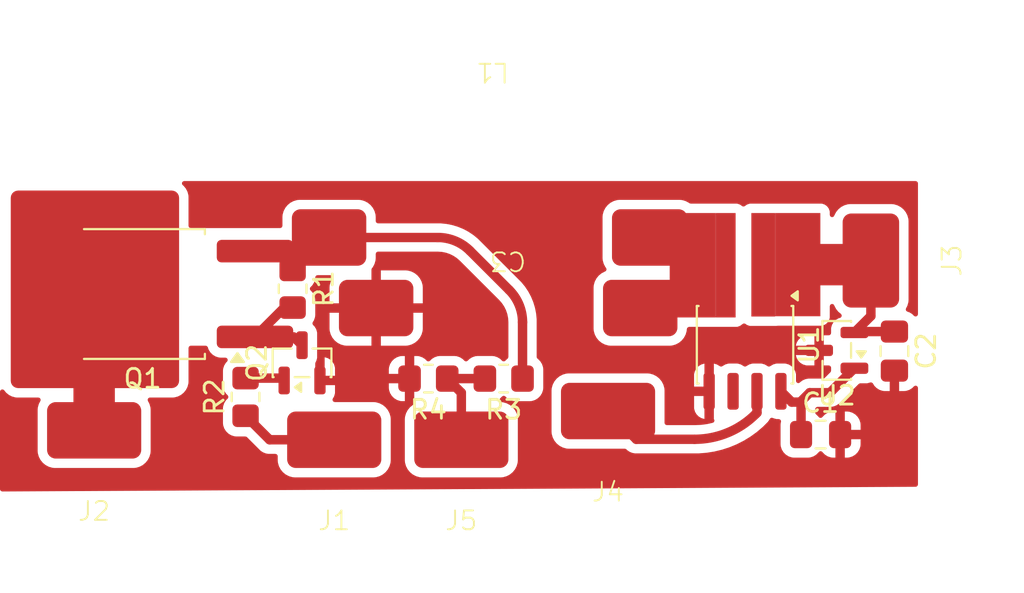
<source format=kicad_pcb>
(kicad_pcb (version 20241229) (generator "pcbnew") (generator_version "9.0")
  (layers (0 "F.Cu" signal) (2 "B.Cu" signal) (13 "F.Paste" user) (15 "B.Paste" user) (5 "F.SilkS" user "F.Silkscreen") (7 "B.SilkS" user "B.Silkscreen") (1 "F.Mask" user) (3 "B.Mask" user) (25 "Edge.Cuts" user))
  (net 0 "")
  (net 1 "Net-(U1-VS)")
  (net 2 "GNDREF")
  (net 3 "Net-(J3-Pin_1)")
  (net 4 "Net-(J1-Pin_1)")
  (net 5 "Net-(J2-Pin_1)")
  (net 6 "Net-(J4-Pin_1)")
  (net 7 "Net-(Q2-B)")
  (net 9 "Net-(C3-Pad1)")
  (net 10 "Net-(Q1-D)")
  (net 11 "Net-(Q1-G)")
  (net 12 "Net-(J5-Pin_1)")
  (footprint "Resistor_SMD:R_0805_2012Metric_Pad1.20x1.40mm_HandSolder" (layer "F.Cu") (at 34.75 22.5 180)
    (property "Reference" "R4" (at 0 -1.65 0) (layer "F.SilkS"))
    (property "Value" "1k")
    (fp_line (start -0.227064 0.735) (end 0.227064 0.735) (stroke (width 0.12)) (layer "F.SilkS"))
    (fp_line (start -0.227064 -0.735) (end 0.227064 -0.735) (stroke (width 0.12)) (layer "F.SilkS"))
    (pad "1" smd roundrect (at -1 0 180) (size 1.2 1.4) (layers "F.Cu" "F.Mask" "F.Paste") (roundrect_rratio 0.208333) (net 12 "Net-(J5-Pin_1)"))
    (pad "2" smd roundrect (at 1 0 180) (size 1.2 1.4) (layers "F.Cu" "F.Mask" "F.Paste") (roundrect_rratio 0.208333) (net 2 "GNDREF"))
  )
  (footprint "Josef Library:Single Surface Mount Header" (layer "F.Cu") (at 63.05 16.225 90)
    (property "Reference" "J3" (at 0 -0.5 90) (layer "F.SilkS") (effects (font (thickness 0.1))))
    (property "Value" "B+")
    (pad "1" smd roundrect (at 0 -4.8 90) (size 5 3) (layers "F.Cu" "F.Mask" "F.Paste") (roundrect_rratio 0.15) (net 3 "Net-(J3-Pin_1)"))
  )
  (footprint "Josef Library:Single Surface Mount Header" (layer "F.Cu") (at 36.5 30.55)
    (property "Reference" "J5" (at 0 -0.5 0) (layer "F.SilkS") (effects (font (thickness 0.1))))
    (property "Value" "MCU Vcc Sense")
    (pad "1" smd roundrect (at 0 -4.8) (size 5 3) (layers "F.Cu" "F.Mask" "F.Paste") (roundrect_rratio 0.15) (net 12 "Net-(J5-Pin_1)"))
  )
  (footprint "Josef Library:Josef TO-252-2" (layer "F.Cu") (at 19.57125 18.005 180)
    (property "Reference" "Q1" (at 0 -4.5 0) (layer "F.SilkS"))
    (property "Value" "Q_PMOS")
    (fp_line (start 3.11 3.45) (end -3.31 3.45) (stroke (width 0.12)) (layer "F.SilkS"))
    (fp_line (start 3.11 -3.45) (end -3.31 -3.45) (stroke (width 0.12)) (layer "F.SilkS"))
    (fp_line (start -3.31 3.45) (end -3.31 3.18) (stroke (width 0.12)) (layer "F.SilkS"))
    (fp_line (start -3.31 -3.45) (end -3.31 -3.18) (stroke (width 0.12)) (layer "F.SilkS"))
    (fp_poly (pts (xy -5.04 -3.14) (xy -5.38 -3.61) (xy -4.7 -3.61)) (stroke (width 0.12)) (fill yes) (layer "F.SilkS"))
    (pad "1" smd roundrect (at 2.53 0.25 180) (size 8.94 10.5) (layers "F.Cu" "F.Mask") (roundrect_rratio 0.043103) (net 5 "Net-(J2-Pin_1)"))
    (pad "2" smd roundrect (at -5.97 -2.28 180) (size 4.06 1.2) (layers "F.Cu" "F.Mask" "F.Paste") (roundrect_rratio 0.208333) (net 11 "Net-(Q1-G)"))
    (pad "3" smd roundrect (at -5.97 2.28 180) (size 4.06 1.2) (layers "F.Cu" "F.Mask" "F.Paste") (roundrect_rratio 0.208333) (net 10 "Net-(Q1-D)"))
  )
  (footprint "Package_TO_SOT_SMD:SOT-23" (layer "F.Cu") (at 28.04125 21.6625 90)
    (property "Reference" "Q2" (at 0 -2.4 90) (layer "F.SilkS"))
    (property "Value" "MMBT3904")
    (fp_line (start 0.76 -1.56) (end 0.76 -0.56) (stroke (width 0.12)) (layer "F.SilkS"))
    (fp_line (start -0.76 -1.56) (end 0.76 -1.56) (stroke (width 0.12)) (layer "F.SilkS"))
    (fp_line (start -0.76 -1.51) (end -0.76 -1.56) (stroke (width 0.12)) (layer "F.SilkS"))
    (fp_line (start -0.76 0.39) (end -0.76 -0.39) (stroke (width 0.12)) (layer "F.SilkS"))
    (fp_line (start 0.76 0.56) (end 0.76 1.56) (stroke (width 0.12)) (layer "F.SilkS"))
    (fp_line (start 0.76 1.56) (end -0.76 1.56) (stroke (width 0.12)) (layer "F.SilkS"))
    (fp_line (start -0.76 1.56) (end -0.76 1.51) (stroke (width 0.12)) (layer "F.SilkS"))
    (fp_poly (pts (xy -1.3 -0.38) (xy -1.06 -0.05) (xy -1.54 -0.05)) (stroke (width 0.12)) (fill yes) (layer "F.SilkS"))
    (pad "1" smd roundrect (at -0.9375 -0.95 90) (size 1.475 0.6) (layers "F.Cu" "F.Mask" "F.Paste") (net 7 "Net-(Q2-B)"))
    (pad "2" smd roundrect (at -0.9375 0.95 90) (size 1.475 0.6) (layers "F.Cu" "F.Mask" "F.Paste") (net 2 "GNDREF"))
    (pad "3" smd roundrect (at 0.9375 0 90) (size 1.475 0.6) (layers "F.Cu" "F.Mask" "F.Paste") (net 11 "Net-(Q1-G)"))
  )
  (footprint "Resistor_SMD:R_0805_2012Metric_Pad1.20x1.40mm_HandSolder" (layer "F.Cu") (at 25.04125 23.475 90)
    (property "Reference" "R2" (at 0 -1.65 90) (layer "F.SilkS"))
    (property "Value" "4.7k")
    (fp_line (start -0.227064 -0.735) (end 0.227064 -0.735) (stroke (width 0.12)) (layer "F.SilkS"))
    (fp_line (start -0.227064 0.735) (end 0.227064 0.735) (stroke (width 0.12)) (layer "F.SilkS"))
    (pad "1" smd roundrect (at -1 0 90) (size 1.2 1.4) (layers "F.Cu" "F.Mask" "F.Paste") (roundrect_rratio 0.208333) (net 4 "Net-(J1-Pin_1)"))
    (pad "2" smd roundrect (at 1 0 90) (size 1.2 1.4) (layers "F.Cu" "F.Mask" "F.Paste") (roundrect_rratio 0.208333) (net 7 "Net-(Q2-B)"))
  )
  (footprint "Josef Library:Input Choke" (layer "F.Cu") (at 38 15 180)
    (property "Reference" "L1" (at -0.155 8.775 180) (layer "F.SilkS") (effects (font (thickness 0.1))))
    (property "Value" "L")
    (pad "1" smd roundrect (at -8.5 0 180) (size 4 3) (layers "F.Cu" "F.Mask" "F.Paste") (roundrect_rratio 0.15) (net 9 "Net-(C3-Pad1)"))
    (pad "2" smd roundrect (at 8.52375 0 180) (size 3.9525 3) (layers "F.Cu" "F.Mask" "F.Paste") (roundrect_rratio 0.15) (net 10 "Net-(Q1-D)"))
  )
  (footprint "Josef Library:SOIC-8 Hall Effect Footprint" (layer "F.Cu") (at 51.56625 20.7 -90)
    (property "Reference" "U1" (at 0 -3.4 90) (layer "F.SilkS"))
    (property "Value" "TMCS1108")
    (fp_line (start -2.06 2.56) (end -2.06 2.465) (stroke (width 0.12)) (layer "F.SilkS"))
    (fp_line (start 2.06 2.56) (end -2.06 2.56) (stroke (width 0.12)) (layer "F.SilkS"))
    (fp_line (start 2.06 2.465) (end 2.06 2.56) (stroke (width 0.12)) (layer "F.SilkS"))
    (fp_line (start -2.06 -2.465) (end -2.06 -2.56) (stroke (width 0.12)) (layer "F.SilkS"))
    (fp_line (start -2.06 -2.56) (end 2.06 -2.56) (stroke (width 0.12)) (layer "F.SilkS"))
    (fp_line (start 2.06 -2.56) (end 2.06 -2.465) (stroke (width 0.12)) (layer "F.SilkS"))
    (fp_poly (pts (xy -2.6 -2.47) (xy -2.84 -2.8) (xy -2.36 -2.8)) (stroke (width 0.12)) (fill yes) (layer "F.SilkS"))
    (pad "1" smd rect (at -4.25625 -2.799375 270) (size 5.4875 2.40125) (layers "F.Cu" "F.Mask" "F.Paste") (net 3 "Net-(J3-Pin_1)"))
    (pad "2" smd rect (at -4.25 -0.966875 270) (size 5.5 1.26375) (layers "F.Cu" "F.Mask" "F.Paste") (net 3 "Net-(J3-Pin_1)"))
    (pad "3" smd rect (at -4.225 1.025 270) (size 5.55 1.05) (layers "F.Cu" "F.Mask" "F.Paste") (net 9 "Net-(C3-Pad1)"))
    (pad "4" smd rect (at -4.225 2.775 270) (size 5.55 2.45) (layers "F.Cu" "F.Mask" "F.Paste") (net 9 "Net-(C3-Pad1)"))
    (pad "5" smd roundrect (at 2.475 1.905 270) (size 1.95 0.6) (layers "F.Cu" "F.Mask" "F.Paste") (net 2 "GNDREF"))
    (pad "6" smd roundrect (at 2.475 0.635 270) (size 1.95 0.6) (layers "F.Cu" "F.Mask" "F.Paste"))
    (pad "7" smd roundrect (at 2.475 -0.635 270) (size 1.95 0.6) (layers "F.Cu" "F.Mask" "F.Paste") (net 6 "Net-(J4-Pin_1)"))
    (pad "8" smd roundrect (at 2.475 -1.905 270) (size 1.95 0.6) (layers "F.Cu" "F.Mask" "F.Paste") (net 1 "Net-(U1-VS)"))
  )
  (footprint "Resistor_SMD:R_0805_2012Metric_Pad1.20x1.40mm_HandSolder" (layer "F.Cu") (at 27.54125 17.725 -90)
    (property "Reference" "R1" (at 0 -1.65 90) (layer "F.SilkS"))
    (property "Value" "4.7k")
    (fp_line (start -0.227064 0.735) (end 0.227064 0.735) (stroke (width 0.12)) (layer "F.SilkS"))
    (fp_line (start -0.227064 -0.735) (end 0.227064 -0.735) (stroke (width 0.12)) (layer "F.SilkS"))
    (pad "1" smd roundrect (at -1 0 270) (size 1.2 1.4) (layers "F.Cu" "F.Mask" "F.Paste") (roundrect_rratio 0.208333) (net 10 "Net-(Q1-D)"))
    (pad "2" smd roundrect (at 1 0 270) (size 1.2 1.4) (layers "F.Cu" "F.Mask" "F.Paste") (roundrect_rratio 0.208333) (net 11 "Net-(Q1-G)"))
  )
  (footprint "Package_TO_SOT_SMD:SOT-23" (layer "F.Cu") (at 56.4375 21 180)
    (property "Reference" "U2" (at 0 -2.4 0) (layer "F.SilkS"))
    (property "Value" "78LO5S")
    (fp_line (start 0.76 1.56) (end -0.76 1.56) (stroke (width 0.12)) (layer "F.SilkS"))
    (fp_line (start 0.76 0.56) (end 0.76 1.56) (stroke (width 0.12)) (layer "F.SilkS"))
    (fp_line (start 0.76 -1.56) (end 0.76 -0.56) (stroke (width 0.12)) (layer "F.SilkS"))
    (fp_line (start -0.76 1.56) (end -0.76 1.51) (stroke (width 0.12)) (layer "F.SilkS"))
    (fp_line (start -0.76 0.39) (end -0.76 -0.39) (stroke (width 0.12)) (layer "F.SilkS"))
    (fp_line (start -0.76 -1.51) (end -0.76 -1.56) (stroke (width 0.12)) (layer "F.SilkS"))
    (fp_line (start -0.76 -1.56) (end 0.76 -1.56) (stroke (width 0.12)) (layer "F.SilkS"))
    (fp_poly (pts (xy -1.3 -0.38) (xy -1.06 -0.05) (xy -1.54 -0.05)) (stroke (width 0.12)) (fill yes) (layer "F.SilkS"))
    (pad "1" smd roundrect (at -0.9375 -0.95 180) (size 1.475 0.6) (layers "F.Cu" "F.Mask" "F.Paste") (net 1 "Net-(U1-VS)"))
    (pad "2" smd roundrect (at -0.9375 0.95 180) (size 1.475 0.6) (layers "F.Cu" "F.Mask" "F.Paste") (net 3 "Net-(J3-Pin_1)"))
    (pad "3" smd roundrect (at 0.9375 0 180) (size 1.475 0.6) (layers "F.Cu" "F.Mask" "F.Paste") (net 2 "GNDREF"))
  )
  (footprint "Josef Library:.33uF Decoupler HF Amp" (layer "F.Cu") (at 38.97625 18.75 180)
    (property "Reference" "C3" (at 0 2.5 180) (layer "F.SilkS") (effects (font (thickness 0.1))))
    (property "Value" "C")
    (pad "1" smd roundrect (at -7.02375 0 180) (size 3.9525 3) (layers "F.Cu" "F.Mask" "F.Paste") (roundrect_rratio 0.15) (net 9 "Net-(C3-Pad1)"))
    (pad "2" smd roundrect (at 7 0 180) (size 3.9525 3) (layers "F.Cu" "F.Mask" "F.Paste") (roundrect_rratio 0.15) (net 2 "GNDREF"))
  )
  (footprint "Resistor_SMD:R_0805_2012Metric_Pad1.20x1.40mm_HandSolder" (layer "F.Cu") (at 38.75 22.5 180)
    (property "Reference" "R3" (at 0 -1.65 0) (layer "F.SilkS"))
    (property "Value" "10k")
    (fp_line (start -0.227064 0.735) (end 0.227064 0.735) (stroke (width 0.12)) (layer "F.SilkS"))
    (fp_line (start -0.227064 -0.735) (end 0.227064 -0.735) (stroke (width 0.12)) (layer "F.SilkS"))
    (pad "1" smd roundrect (at -1 0 180) (size 1.2 1.4) (layers "F.Cu" "F.Mask" "F.Paste") (roundrect_rratio 0.208333) (net 10 "Net-(Q1-D)"))
    (pad "2" smd roundrect (at 1 0 180) (size 1.2 1.4) (layers "F.Cu" "F.Mask" "F.Paste") (roundrect_rratio 0.208333) (net 12 "Net-(J5-Pin_1)"))
  )
  (footprint "Josef Library:Single Surface Mount Header" (layer "F.Cu") (at 29.75 30.55)
    (property "Reference" "J1" (at 0 -0.5 0) (layer "F.SilkS") (effects (font (thickness 0.1))))
    (property "Value" "MCU Cntrl")
    (pad "1" smd roundrect (at 0 -4.8) (size 5 3) (layers "F.Cu" "F.Mask" "F.Paste") (roundrect_rratio 0.15) (net 4 "Net-(J1-Pin_1)"))
  )
  (footprint "Capacitor_SMD:C_0805_2012Metric_Pad1.18x1.45mm_HandSolder" (layer "F.Cu") (at 59.5 21.0375 -90)
    (property "Reference" "C2" (at 0 -1.68 90) (layer "F.SilkS"))
    (property "Value" "C")
    (fp_line (start -0.261252 0.735) (end 0.261252 0.735) (stroke (width 0.12)) (layer "F.SilkS"))
    (fp_line (start -0.261252 -0.735) (end 0.261252 -0.735) (stroke (width 0.12)) (layer "F.SilkS"))
    (pad "1" smd roundrect (at -1.0375 0 270) (size 1.175 1.45) (layers "F.Cu" "F.Mask" "F.Paste") (roundrect_rratio 0.212766) (net 3 "Net-(J3-Pin_1)"))
    (pad "2" smd roundrect (at 1.0375 0 270) (size 1.175 1.45) (layers "F.Cu" "F.Mask" "F.Paste") (roundrect_rratio 0.212766) (net 2 "GNDREF"))
  )
  (footprint "Josef Library:Single Surface Mount Header" (layer "F.Cu") (at 44.29125 29.025)
    (property "Reference" "J4" (at 0 -0.5 0) (layer "F.SilkS") (effects (font (thickness 0.1))))
    (property "Value" "To MCU Isense")
    (pad "1" smd roundrect (at 0 -4.8) (size 5 3) (layers "F.Cu" "F.Mask" "F.Paste") (roundrect_rratio 0.15) (net 6 "Net-(J4-Pin_1)"))
  )
  (footprint "Capacitor_SMD:C_0805_2012Metric_Pad1.18x1.45mm_HandSolder" (layer "F.Cu") (at 55.57875 25.475)
    (property "Reference" "C1" (at 0 -1.68 0) (layer "F.SilkS"))
    (property "Value" "C")
    (fp_line (start -0.261252 -0.735) (end 0.261252 -0.735) (stroke (width 0.12)) (layer "F.SilkS"))
    (fp_line (start -0.261252 0.735) (end 0.261252 0.735) (stroke (width 0.12)) (layer "F.SilkS"))
    (pad "1" smd roundrect (at -1.0375 0) (size 1.175 1.45) (layers "F.Cu" "F.Mask" "F.Paste") (roundrect_rratio 0.212766) (net 1 "Net-(U1-VS)"))
    (pad "2" smd roundrect (at 1.0375 0) (size 1.175 1.45) (layers "F.Cu" "F.Mask" "F.Paste") (roundrect_rratio 0.212766) (net 2 "GNDREF"))
  )
  (footprint "Josef Library:Single Surface Mount Header" (layer "F.Cu") (at 17 30.05)
    (property "Reference" "J2" (at 0 -0.5 0) (layer "F.SilkS") (effects (font (thickness 0.1))))
    (property "Value" "To Drains")
    (pad "1" smd roundrect (at 0 -4.8) (size 5 3) (layers "F.Cu" "F.Mask" "F.Paste") (roundrect_rratio 0.15) (net 5 "Net-(J2-Pin_1)"))
  )
  (segment (start 54.54125 25.475) (end 54.54125 23.79125) (width 0.5) (layer "F.Cu") (net 1))
  (segment (start 55 23.25) (end 54.5 23.75) (width 0.5) (layer "F.Cu") (net 1))
  (segment (start 54.5 23.75) (end 54.04625 23.75) (width 0.5) (layer "F.Cu") (net 1))
  (segment (start 54.54125 23.79125) (end 54.5 23.75) (width 0.5) (layer "F.Cu") (net 1))
  (segment (start 57.375 21.95) (end 56.075 23.25) (width 0.5) (layer "F.Cu") (net 1))
  (segment (start 56.075 23.25) (end 55 23.25) (width 0.5) (layer "F.Cu") (net 1))
  (segment (start 54.04625 23.75) (end 53.47125 23.175) (width 0.5) (layer "F.Cu") (net 1))
  (segment (start 59.5 20) (end 57.425 20) (width 0.5) (layer "F.Cu") (net 3))
  (segment (start 57.375 20.05) (end 58.25 19.175) (width 0.5) (layer "F.Cu") (net 3))
  (segment (start 57.425 20) (end 57.375 20.05) (width 0.2) (layer "F.Cu") (net 3))
  (segment (start 58.25 19.175) (end 58.25 16.225) (width 0.5) (layer "F.Cu") (net 3))
  (segment (start 58.03125 16.44375) (end 58.25 16.225) (width 0.2) (layer "F.Cu") (net 3))
  (segment (start 54.365625 16.44375) (end 58.03125 16.44375) (width 2.2) (layer "F.Cu") (net 3))
  (segment (start 26.31625 25.75) (end 29.75 25.75) (width 0.5) (layer "F.Cu") (net 4))
  (segment (start 25.04125 24.475) (end 26.31625 25.75) (width 0.5) (layer "F.Cu") (net 4))
  (segment (start 17 17.79625) (end 17.04125 17.755) (width 0.2) (layer "F.Cu") (net 5))
  (segment (start 17 25.25) (end 17 17.79625) (width 2.2) (layer "F.Cu") (net 5))
  (segment (start 48.89125 25.724999) (end 45.791249 25.724999) (width 0.5) (layer "F.Cu") (net 6))
  (segment (start 52.134752 24.381497) (end 52.20125 24.315) (width 0.5) (layer "F.Cu") (net 6))
  (segment (start 45.791249 25.724999) (end 44.29125 24.225) (width 0.5) (layer "F.Cu") (net 6))
  (segment (start 52.20125 23.175) (end 52.20125 24.315) (width 0.5) (layer "F.Cu") (net 6))
  (arc (start 48.89125 25.724999) (mid 50.64662 25.375834) (end 52.134751 24.381496) (width 0.5) (layer "F.Cu") (net 6))
  (segment (start 26.96625 22.475) (end 27.09125 22.6) (width 0.2) (layer "F.Cu") (net 7))
  (segment (start 25.04125 22.475) (end 26.96625 22.475) (width 0.5) (layer "F.Cu") (net 7))
  (segment (start 39.042893 17.792893) (end 36.957106 15.707106) (width 0.5) (layer "F.Cu") (net 10))
  (segment (start 35.25 15) (end 35.25 15) (width 0.5) (layer "F.Cu") (net 10))
  (segment (start 39.75 19.5) (end 39.75 22.5) (width 0.5) (layer "F.Cu") (net 10))
  (segment (start 29.47625 15) (end 35.25 15) (width 0.5) (layer "F.Cu") (net 10))
  (arc (start 35.25 15) (mid 36.173878 15.18377) (end 36.957105 15.707106) (width 0.5) (layer "F.Cu") (net 10))
  (arc (start 39.042893 17.792893) (mid 39.566228 18.57612) (end 39.749999 19.5) (width 0.5) (layer "F.Cu") (net 10))
  (segment (start 28.04125 20.725) (end 27.60125 20.285) (width 0.5) (layer "F.Cu") (net 11))
  (segment (start 27.60125 20.285) (end 25.54125 20.285) (width 0.2) (layer "F.Cu") (net 11))
  (segment (start 27.10125 18.725) (end 27.54125 18.725) (width 0.2) (layer "F.Cu") (net 11))
  (segment (start 25.54125 20.285) (end 27.10125 18.725) (width 0.5) (layer "F.Cu") (net 11))
  (segment (start 36.5 25.75) (end 36.5 23.25) (width 0.5) (layer "F.Cu") (net 12))
  (segment (start 35.5 25.5) (end 35.75 25.25) (width 0.5) (layer "F.Cu") (net 12))
  (segment (start 35.75 22.5) (end 37.75 22.5) (width 0.5) (layer "F.Cu") (net 12))
  (segment (start 36.5 23.25) (end 35.75 22.5) (width 0.5) (layer "F.Cu") (net 12))
  (zone (net 0) (net_name "") (layer "F.Cu") (name "pmos ") (connect_pads (clearance 0)) (min_thickness 0.25)
    (keepout (tracks allowed) (vias allowed) (pads allowed) (copperpour not_allowed) (footprints allowed))
    (fill (thermal_gap 0.5) (thermal_bridge_width 0.5))
    (polygon (pts (xy 22 14.5) (xy 22 20.75) (xy 28.5 20.75) (xy 28.25 14.5)))
  )
  (zone (net 0) (net_name "") (layer "F.Cu") (name "Vreg") (connect_pads (clearance 0)) (min_thickness 0.25)
    (keepout (tracks allowed) (vias allowed) (pads allowed) (copperpour not_allowed) (footprints allowed))
    (fill (thermal_gap 0.5) (thermal_bridge_width 0.5))
    (polygon (pts (xy 56.25 20.25) (xy 56.25 21.75) (xy 58.5 21.75) (xy 58.5 20.25)))
  )
  (zone (net 0) (net_name "") (layer "F.Cu") (name "Q2") (connect_pads (clearance 0)) (min_thickness 0.25)
    (keepout (tracks allowed) (vias allowed) (pads allowed) (copperpour not_allowed) (footprints allowed))
    (fill (thermal_gap 0.5) (thermal_bridge_width 0.5))
    (polygon (pts (xy 27.5 23.25) (xy 27.5 21.5) (xy 28.5 21.5) (xy 28.5 23.25)))
  )
  (zone (net 2) (net_name "GNDREF") (layer "F.Cu") (connect_pads (clearance 0.5)) (min_thickness 0.25) (fill yes (thermal_gap 0.5) (thermal_bridge_width 0.5))
    (polygon (pts (xy 12 12) (xy 60.75 12) (xy 60.75 28.25) (xy 12 28.5)))
  )
)
</source>
